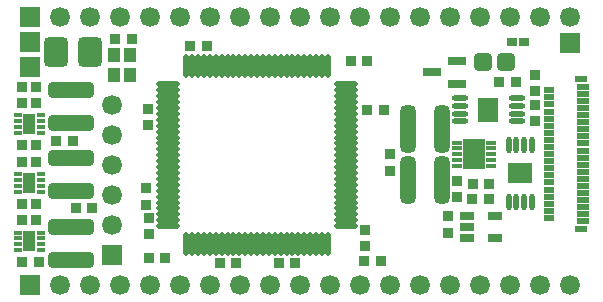
<source format=gts>
G04 Layer_Color=8388736*
%FSLAX25Y25*%
%MOIN*%
G70*
G01*
G75*
%ADD70R,0.04067X0.04657*%
%ADD71R,0.04460X0.02295*%
%ADD72R,0.03279X0.01901*%
%ADD73R,0.03870X0.01901*%
%ADD74R,0.03720X0.03720*%
%ADD75R,0.03720X0.03720*%
G04:AMPARAMS|DCode=76|XSize=50.51mil|YSize=156.81mil|CornerRadius=14.43mil|HoleSize=0mil|Usage=FLASHONLY|Rotation=0.000|XOffset=0mil|YOffset=0mil|HoleType=Round|Shape=RoundedRectangle|*
%AMROUNDEDRECTD76*
21,1,0.05051,0.12795,0,0,0.0*
21,1,0.02165,0.15681,0,0,0.0*
1,1,0.02885,0.01083,-0.06398*
1,1,0.02885,-0.01083,-0.06398*
1,1,0.02885,-0.01083,0.06398*
1,1,0.02885,0.01083,0.06398*
%
%ADD76ROUNDEDRECTD76*%
G04:AMPARAMS|DCode=77|XSize=54.44mil|YSize=152.87mil|CornerRadius=15.41mil|HoleSize=0mil|Usage=FLASHONLY|Rotation=90.000|XOffset=0mil|YOffset=0mil|HoleType=Round|Shape=RoundedRectangle|*
%AMROUNDEDRECTD77*
21,1,0.05444,0.12205,0,0,90.0*
21,1,0.02362,0.15287,0,0,90.0*
1,1,0.03082,0.06102,0.01181*
1,1,0.03082,0.06102,-0.01181*
1,1,0.03082,-0.06102,-0.01181*
1,1,0.03082,-0.06102,0.01181*
%
%ADD77ROUNDEDRECTD77*%
G04:AMPARAMS|DCode=78|XSize=97.75mil|YSize=78.07mil|CornerRadius=12.46mil|HoleSize=0mil|Usage=FLASHONLY|Rotation=90.000|XOffset=0mil|YOffset=0mil|HoleType=Round|Shape=RoundedRectangle|*
%AMROUNDEDRECTD78*
21,1,0.09775,0.05315,0,0,90.0*
21,1,0.07284,0.07807,0,0,90.0*
1,1,0.02492,0.02658,0.03642*
1,1,0.02492,0.02658,-0.03642*
1,1,0.02492,-0.02658,-0.03642*
1,1,0.02492,-0.02658,0.03642*
%
%ADD78ROUNDEDRECTD78*%
G04:AMPARAMS|DCode=79|XSize=57.2mil|YSize=57.2mil|CornerRadius=9.85mil|HoleSize=0mil|Usage=FLASHONLY|Rotation=180.000|XOffset=0mil|YOffset=0mil|HoleType=Round|Shape=RoundedRectangle|*
%AMROUNDEDRECTD79*
21,1,0.05720,0.03750,0,0,180.0*
21,1,0.03750,0.05720,0,0,180.0*
1,1,0.01970,-0.01875,0.01875*
1,1,0.01970,0.01875,0.01875*
1,1,0.01970,0.01875,-0.01875*
1,1,0.01970,-0.01875,-0.01875*
%
%ADD79ROUNDEDRECTD79*%
%ADD80R,0.05838X0.03082*%
%ADD81R,0.04095X0.06850*%
%ADD82R,0.02520X0.01654*%
%ADD83R,0.05051X0.03082*%
%ADD84R,0.08161X0.06901*%
%ADD85O,0.01901X0.05444*%
%ADD86R,0.03559X0.01787*%
%ADD87R,0.07299X0.10173*%
%ADD88R,0.06901X0.08161*%
%ADD89O,0.05444X0.01901*%
%ADD90O,0.07807X0.01901*%
%ADD91O,0.01901X0.07807*%
%ADD92R,0.03220X0.02720*%
%ADD93R,0.06625X0.06625*%
%ADD94C,0.06625*%
%ADD95R,0.06625X0.06625*%
%ADD96C,0.02751*%
%ADD97C,0.02920*%
D70*
X41357Y81147D02*
D03*
Y74454D02*
D03*
X36042D02*
D03*
Y81147D02*
D03*
D71*
X191420Y73100D02*
D03*
Y23100D02*
D03*
D72*
X180888Y69360D02*
D03*
Y66998D02*
D03*
Y64635D02*
D03*
Y62273D02*
D03*
Y59911D02*
D03*
Y57549D02*
D03*
Y55187D02*
D03*
Y52824D02*
D03*
Y50462D02*
D03*
Y48100D02*
D03*
Y45738D02*
D03*
Y43376D02*
D03*
Y41013D02*
D03*
Y38651D02*
D03*
Y36289D02*
D03*
Y33927D02*
D03*
Y31565D02*
D03*
Y29202D02*
D03*
Y26840D02*
D03*
D73*
X192207Y70541D02*
D03*
Y68179D02*
D03*
Y65816D02*
D03*
Y63454D02*
D03*
Y61092D02*
D03*
Y58730D02*
D03*
Y56368D02*
D03*
Y54005D02*
D03*
Y51643D02*
D03*
Y49281D02*
D03*
Y46919D02*
D03*
Y44557D02*
D03*
Y42195D02*
D03*
Y39832D02*
D03*
Y37470D02*
D03*
Y35108D02*
D03*
Y32746D02*
D03*
Y30384D02*
D03*
Y28021D02*
D03*
Y25659D02*
D03*
D74*
X147300Y21800D02*
D03*
Y27300D02*
D03*
X176100Y74600D02*
D03*
Y69100D02*
D03*
X127900Y42500D02*
D03*
Y48000D02*
D03*
X10000Y65100D02*
D03*
Y70600D02*
D03*
X119500Y17300D02*
D03*
Y22800D02*
D03*
X46500Y36700D02*
D03*
Y31200D02*
D03*
X47500Y21400D02*
D03*
Y26900D02*
D03*
X47100Y63200D02*
D03*
Y57700D02*
D03*
X5300Y65100D02*
D03*
Y70600D02*
D03*
X10000Y31500D02*
D03*
Y26000D02*
D03*
X150331Y33669D02*
D03*
Y39169D02*
D03*
X176193Y59016D02*
D03*
Y64516D02*
D03*
X5300Y31500D02*
D03*
Y26000D02*
D03*
Y45500D02*
D03*
Y51000D02*
D03*
X10000D02*
D03*
Y45500D02*
D03*
D75*
X41900Y86400D02*
D03*
X36400D02*
D03*
X125900Y62900D02*
D03*
X120400D02*
D03*
Y79000D02*
D03*
X114900D02*
D03*
X124900Y12400D02*
D03*
X119400D02*
D03*
X155393Y33216D02*
D03*
X160893D02*
D03*
X160932Y38168D02*
D03*
X155431D02*
D03*
X22100Y52500D02*
D03*
X16600D02*
D03*
X169900Y72200D02*
D03*
X164400D02*
D03*
X47500Y13600D02*
D03*
X53000D02*
D03*
X76600Y11700D02*
D03*
X71100D02*
D03*
X66800Y84000D02*
D03*
X61300D02*
D03*
X90800Y11800D02*
D03*
X96300D02*
D03*
X5300Y12000D02*
D03*
X10800D02*
D03*
X23100Y30000D02*
D03*
X28600D02*
D03*
D76*
X133791Y39400D02*
D03*
X145209D02*
D03*
X133791Y56600D02*
D03*
X145209D02*
D03*
D77*
X21600Y12888D02*
D03*
Y23912D02*
D03*
Y35888D02*
D03*
Y46912D02*
D03*
Y58488D02*
D03*
Y69512D02*
D03*
D78*
X28009Y82100D02*
D03*
X16591D02*
D03*
D79*
X166550Y78700D02*
D03*
X159050D02*
D03*
D80*
X150234Y71560D02*
D03*
Y79040D02*
D03*
X141966Y75300D02*
D03*
D81*
X7700Y58100D02*
D03*
Y19000D02*
D03*
Y38500D02*
D03*
D82*
X3960Y55147D02*
D03*
Y57116D02*
D03*
Y59084D02*
D03*
Y61053D02*
D03*
X11440D02*
D03*
Y59084D02*
D03*
Y57116D02*
D03*
Y55147D02*
D03*
Y16047D02*
D03*
Y18016D02*
D03*
Y19984D02*
D03*
Y21953D02*
D03*
X3960D02*
D03*
Y19984D02*
D03*
Y18016D02*
D03*
Y16047D02*
D03*
X11440Y35547D02*
D03*
Y37516D02*
D03*
Y39484D02*
D03*
Y41453D02*
D03*
X3960D02*
D03*
Y39484D02*
D03*
Y37516D02*
D03*
Y35547D02*
D03*
D83*
X153491Y27440D02*
D03*
Y23700D02*
D03*
Y19960D02*
D03*
X162940D02*
D03*
Y27440D02*
D03*
D84*
X171354Y41663D02*
D03*
D85*
X167516Y32116D02*
D03*
X170075D02*
D03*
X172634D02*
D03*
X175193D02*
D03*
X167516Y51210D02*
D03*
X170075D02*
D03*
X172634D02*
D03*
X175193D02*
D03*
D86*
X150390Y51937D02*
D03*
Y49968D02*
D03*
Y48000D02*
D03*
Y46031D02*
D03*
Y44063D02*
D03*
X161610Y51937D02*
D03*
Y49968D02*
D03*
Y48000D02*
D03*
Y46031D02*
D03*
Y44063D02*
D03*
D87*
X156000Y48000D02*
D03*
D88*
X160700Y62900D02*
D03*
D89*
X151153Y66739D02*
D03*
Y64179D02*
D03*
Y61620D02*
D03*
Y59061D02*
D03*
X170247Y66739D02*
D03*
Y64179D02*
D03*
Y61620D02*
D03*
Y59061D02*
D03*
D90*
X53876Y24078D02*
D03*
Y26046D02*
D03*
Y28015D02*
D03*
Y29983D02*
D03*
Y31952D02*
D03*
Y33920D02*
D03*
Y35889D02*
D03*
Y37857D02*
D03*
Y39826D02*
D03*
Y41794D02*
D03*
Y43763D02*
D03*
Y45731D02*
D03*
Y47700D02*
D03*
Y49668D02*
D03*
Y51637D02*
D03*
Y53606D02*
D03*
Y55574D02*
D03*
Y57543D02*
D03*
Y59511D02*
D03*
Y61480D02*
D03*
Y63448D02*
D03*
Y65417D02*
D03*
Y67385D02*
D03*
Y69353D02*
D03*
Y71322D02*
D03*
X113324D02*
D03*
Y69353D02*
D03*
Y67385D02*
D03*
Y65417D02*
D03*
Y63448D02*
D03*
Y61480D02*
D03*
Y59511D02*
D03*
Y57543D02*
D03*
Y55574D02*
D03*
Y53606D02*
D03*
Y51637D02*
D03*
Y49668D02*
D03*
Y47700D02*
D03*
Y45731D02*
D03*
Y43763D02*
D03*
Y41794D02*
D03*
Y39826D02*
D03*
Y37857D02*
D03*
Y35889D02*
D03*
Y33920D02*
D03*
Y31952D02*
D03*
Y29983D02*
D03*
Y28015D02*
D03*
Y26046D02*
D03*
Y24078D02*
D03*
D91*
X59978Y77424D02*
D03*
X61946D02*
D03*
X63915D02*
D03*
X65883D02*
D03*
X67852D02*
D03*
X69820D02*
D03*
X71789D02*
D03*
X73757D02*
D03*
X75726D02*
D03*
X77694D02*
D03*
X79663D02*
D03*
X81631D02*
D03*
X83600D02*
D03*
X85568D02*
D03*
X87537D02*
D03*
X89505D02*
D03*
X91474D02*
D03*
X93442D02*
D03*
X95411D02*
D03*
X97379D02*
D03*
X99348D02*
D03*
X101316D02*
D03*
X103285D02*
D03*
X105254D02*
D03*
X107222D02*
D03*
Y17976D02*
D03*
X105254D02*
D03*
X103285D02*
D03*
X101316D02*
D03*
X99348D02*
D03*
X97379D02*
D03*
X95411D02*
D03*
X93442D02*
D03*
X91474D02*
D03*
X89505D02*
D03*
X87537D02*
D03*
X85568D02*
D03*
X83600D02*
D03*
X81631D02*
D03*
X79663D02*
D03*
X77694D02*
D03*
X75726D02*
D03*
X73757D02*
D03*
X71789D02*
D03*
X69820D02*
D03*
X67852D02*
D03*
X65883D02*
D03*
X63915D02*
D03*
X61946D02*
D03*
X59978D02*
D03*
D92*
X168500Y85300D02*
D03*
X172500D02*
D03*
D93*
X187800Y85100D02*
D03*
X7800Y77000D02*
D03*
Y85300D02*
D03*
Y93700D02*
D03*
Y4500D02*
D03*
D94*
X35200Y64500D02*
D03*
Y54500D02*
D03*
Y44500D02*
D03*
Y34500D02*
D03*
Y24500D02*
D03*
X17800Y93700D02*
D03*
X27800D02*
D03*
X37800D02*
D03*
X47800D02*
D03*
X57800D02*
D03*
X67800D02*
D03*
X77800D02*
D03*
X87800D02*
D03*
X97800D02*
D03*
X107800D02*
D03*
X117800D02*
D03*
X127800D02*
D03*
X137800D02*
D03*
X147800D02*
D03*
X157800D02*
D03*
X167800D02*
D03*
X177800D02*
D03*
X187800D02*
D03*
X17800Y4500D02*
D03*
X27800D02*
D03*
X37800D02*
D03*
X47800D02*
D03*
X57800D02*
D03*
X67800D02*
D03*
X77800D02*
D03*
X87800D02*
D03*
X97800D02*
D03*
X107800D02*
D03*
X117800D02*
D03*
X127800D02*
D03*
X137800D02*
D03*
X147800D02*
D03*
X157800D02*
D03*
X167800D02*
D03*
X177800D02*
D03*
X187800D02*
D03*
D95*
X35200Y14500D02*
D03*
D96*
X7700Y56525D02*
D03*
Y59675D02*
D03*
Y20575D02*
D03*
Y17425D02*
D03*
Y40075D02*
D03*
Y36925D02*
D03*
D97*
X169189Y41663D02*
D03*
X173520D02*
D03*
X154032Y49968D02*
D03*
X157968D02*
D03*
X154032Y46031D02*
D03*
X157968D02*
D03*
X160700Y65065D02*
D03*
Y60735D02*
D03*
M02*

</source>
